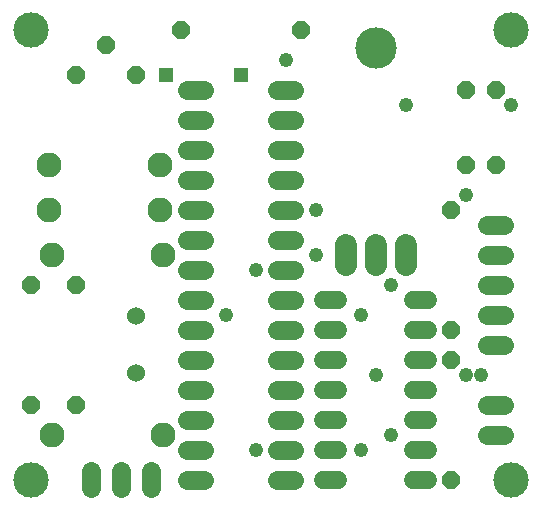
<source format=gts>
G75*
%MOIN*%
%OFA0B0*%
%FSLAX25Y25*%
%IPPOS*%
%LPD*%
%AMOC8*
5,1,8,0,0,1.08239X$1,22.5*
%
%ADD10C,0.11824*%
%ADD11C,0.06000*%
%ADD12C,0.06400*%
%ADD13OC8,0.06000*%
%ADD14C,0.07400*%
%ADD15C,0.13800*%
%ADD16C,0.06000*%
%ADD17C,0.08300*%
%ADD18C,0.04762*%
%ADD19R,0.04762X0.04762*%
D10*
X0011800Y0013500D03*
X0171800Y0013500D03*
X0171800Y0163500D03*
X0011800Y0163500D03*
D11*
X0109200Y0073500D02*
X0114400Y0073500D01*
X0114400Y0063500D02*
X0109200Y0063500D01*
X0109200Y0053500D02*
X0114400Y0053500D01*
X0114400Y0043500D02*
X0109200Y0043500D01*
X0109200Y0033500D02*
X0114400Y0033500D01*
X0114400Y0023500D02*
X0109200Y0023500D01*
X0109200Y0013500D02*
X0114400Y0013500D01*
X0139200Y0013500D02*
X0144400Y0013500D01*
X0144400Y0023500D02*
X0139200Y0023500D01*
X0139200Y0033500D02*
X0144400Y0033500D01*
X0144400Y0043500D02*
X0139200Y0043500D01*
X0139200Y0053500D02*
X0144400Y0053500D01*
X0144400Y0063500D02*
X0139200Y0063500D01*
X0139200Y0073500D02*
X0144400Y0073500D01*
D12*
X0164000Y0068500D02*
X0169600Y0068500D01*
X0169600Y0058500D02*
X0164000Y0058500D01*
X0164000Y0078500D02*
X0169600Y0078500D01*
X0169600Y0088500D02*
X0164000Y0088500D01*
X0164000Y0098500D02*
X0169600Y0098500D01*
X0169600Y0038500D02*
X0164000Y0038500D01*
X0164000Y0028500D02*
X0169600Y0028500D01*
X0099600Y0023500D02*
X0094000Y0023500D01*
X0094000Y0033500D02*
X0099600Y0033500D01*
X0099600Y0043500D02*
X0094000Y0043500D01*
X0094000Y0053500D02*
X0099600Y0053500D01*
X0099600Y0063500D02*
X0094000Y0063500D01*
X0094000Y0073500D02*
X0099600Y0073500D01*
X0099600Y0083500D02*
X0094000Y0083500D01*
X0094000Y0093500D02*
X0099600Y0093500D01*
X0099600Y0103500D02*
X0094000Y0103500D01*
X0094000Y0113500D02*
X0099600Y0113500D01*
X0099600Y0123500D02*
X0094000Y0123500D01*
X0094000Y0133500D02*
X0099600Y0133500D01*
X0099600Y0143500D02*
X0094000Y0143500D01*
X0069600Y0143500D02*
X0064000Y0143500D01*
X0064000Y0133500D02*
X0069600Y0133500D01*
X0069600Y0123500D02*
X0064000Y0123500D01*
X0064000Y0113500D02*
X0069600Y0113500D01*
X0069600Y0103500D02*
X0064000Y0103500D01*
X0064000Y0093500D02*
X0069600Y0093500D01*
X0069600Y0083500D02*
X0064000Y0083500D01*
X0064000Y0073500D02*
X0069600Y0073500D01*
X0069600Y0063500D02*
X0064000Y0063500D01*
X0064000Y0053500D02*
X0069600Y0053500D01*
X0069600Y0043500D02*
X0064000Y0043500D01*
X0064000Y0033500D02*
X0069600Y0033500D01*
X0069600Y0023500D02*
X0064000Y0023500D01*
X0064000Y0013500D02*
X0069600Y0013500D01*
X0051800Y0010700D02*
X0051800Y0016300D01*
X0041800Y0016300D02*
X0041800Y0010700D01*
X0031800Y0010700D02*
X0031800Y0016300D01*
X0094000Y0013500D02*
X0099600Y0013500D01*
D13*
X0151800Y0013500D03*
X0151800Y0053500D03*
X0151800Y0063500D03*
X0151800Y0103500D03*
X0156800Y0118500D03*
X0166800Y0118500D03*
X0166800Y0143500D03*
X0156800Y0143500D03*
X0101800Y0163500D03*
X0061800Y0163500D03*
X0046800Y0148500D03*
X0036800Y0158500D03*
X0026800Y0148500D03*
X0026800Y0078500D03*
X0011800Y0078500D03*
X0011800Y0038500D03*
X0026800Y0038500D03*
D14*
X0116800Y0085200D02*
X0116800Y0091800D01*
X0126800Y0091800D02*
X0126800Y0085200D01*
X0136800Y0085200D02*
X0136800Y0091800D01*
D15*
X0126800Y0157500D03*
D16*
X0046800Y0068000D03*
X0046800Y0049000D03*
D17*
X0055800Y0028500D03*
X0018800Y0028500D03*
X0018800Y0088500D03*
X0017800Y0103500D03*
X0017800Y0118500D03*
X0054800Y0118500D03*
X0054800Y0103500D03*
X0055800Y0088500D03*
D18*
X0076800Y0068500D03*
X0086800Y0083500D03*
X0106800Y0088500D03*
X0106800Y0103500D03*
X0131800Y0078500D03*
X0121800Y0068500D03*
X0126800Y0048500D03*
X0131800Y0028500D03*
X0121800Y0023500D03*
X0086800Y0023500D03*
X0156800Y0048500D03*
X0161800Y0048500D03*
X0156800Y0108500D03*
X0171800Y0138500D03*
X0136800Y0138500D03*
X0096800Y0153500D03*
D19*
X0081800Y0148500D03*
X0056800Y0148500D03*
M02*

</source>
